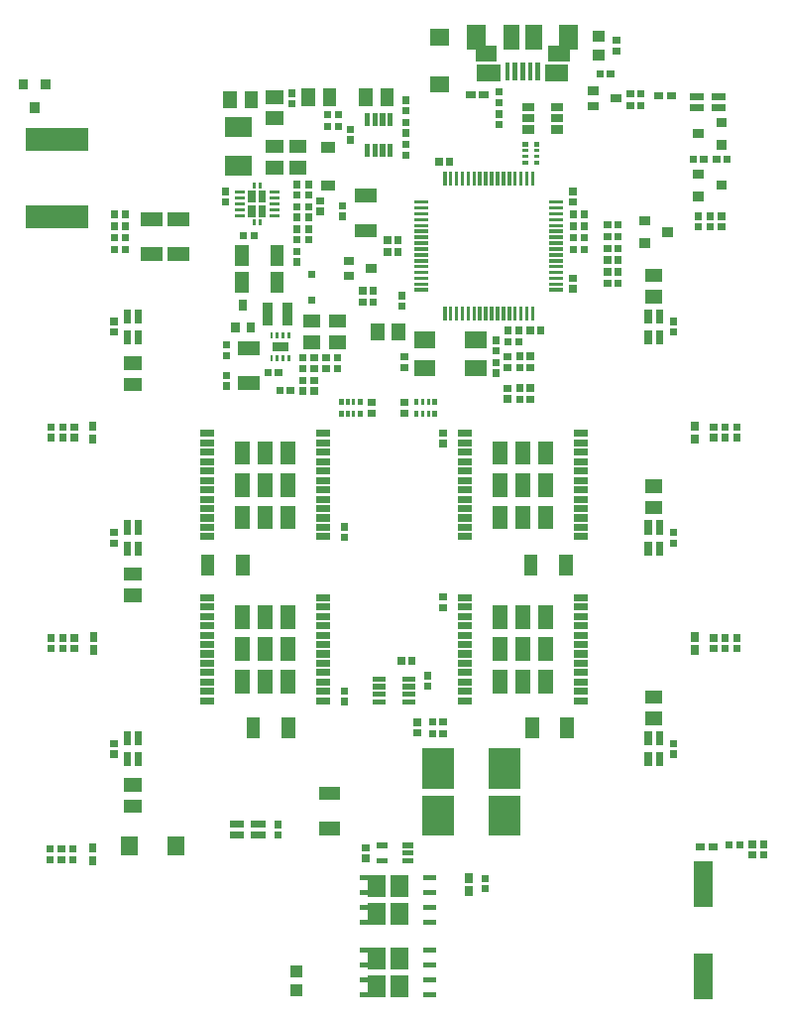
<source format=gbr>
G04 start of page 14 for group -4015 idx -4015 *
G04 Title: (unknown), toppaste *
G04 Creator: pcb 20140316 *
G04 CreationDate: Wed 10 Jul 2019 18:35:36 GMT UTC *
G04 For: kier *
G04 Format: Gerber/RS-274X *
G04 PCB-Dimensions (mil): 3346.46 4133.86 *
G04 PCB-Coordinate-Origin: lower left *
%MOIN*%
%FSLAX25Y25*%
%LNTOPPASTE*%
%ADD229R,0.0335X0.0335*%
%ADD228R,0.0256X0.0256*%
%ADD227R,0.0098X0.0098*%
%ADD226R,0.0650X0.0650*%
%ADD225R,0.0358X0.0358*%
%ADD224R,0.0591X0.0591*%
%ADD223R,0.0177X0.0177*%
%ADD222R,0.0575X0.0575*%
%ADD221R,0.0531X0.0531*%
%ADD220R,0.0640X0.0640*%
%ADD219R,0.0541X0.0541*%
%ADD218R,0.0512X0.0512*%
%ADD217R,0.0118X0.0118*%
%ADD216R,0.0157X0.0157*%
%ADD215R,0.0276X0.0276*%
%ADD214R,0.0787X0.0787*%
%ADD213R,0.0551X0.0551*%
%ADD212R,0.0374X0.0374*%
%ADD211R,0.0630X0.0630*%
%ADD210R,0.1063X0.1063*%
%ADD209R,0.0315X0.0315*%
%ADD208R,0.0453X0.0453*%
%ADD207R,0.0236X0.0236*%
%ADD206R,0.0244X0.0244*%
G54D206*X231295Y297638D02*X231303D01*
X227752D02*X227760D01*
G54D207*X197047Y349606D02*X197835D01*
X192717D02*X193504D01*
G54D206*X171260Y347839D02*Y347831D01*
Y344295D02*Y344287D01*
X261417Y131697D02*Y131689D01*
Y128154D02*Y128146D01*
G54D208*X104724Y193012D02*Y190453D01*
X116535Y193012D02*Y190453D01*
G54D206*X150787Y204531D02*Y204524D01*
Y200988D02*Y200980D01*
G54D208*X225197Y193012D02*Y190453D01*
X213386Y193012D02*Y190453D01*
G54D206*X128346Y100988D02*Y100980D01*
Y104531D02*Y104524D01*
G54D208*X144390Y103150D02*X146949D01*
X144390Y114961D02*X146949D01*
G54D207*X192520Y86811D02*Y86024D01*
Y82480D02*Y81693D01*
G54D206*X169878Y159449D02*X169886D01*
X173421D02*X173429D01*
X198031Y82878D02*Y82870D01*
Y86421D02*Y86413D01*
G54D209*X50197Y353346D02*Y352953D01*
X42717Y353346D02*Y352953D01*
X46457Y345472D02*Y345079D01*
G54D210*X182185Y108957D02*Y106004D01*
X204429Y108957D02*Y106004D01*
X182185Y124705D02*Y121752D01*
X204429Y124705D02*Y121752D01*
G54D211*X271260Y88976D02*Y79921D01*
Y57874D02*Y48819D01*
G54D212*X134547Y55118D02*X134744D01*
X134547Y48819D02*X134744D01*
G54D213*X94094Y97717D02*Y96772D01*
X78346Y97717D02*Y96772D01*
G54D206*X261417Y273429D02*Y273421D01*
Y269886D02*Y269878D01*
G54D208*X254134Y281890D02*X255315D01*
X254134Y288976D02*X255315D01*
G54D206*X261417Y202563D02*Y202555D01*
Y199020D02*Y199012D01*
X73228Y128154D02*Y128146D01*
Y131697D02*Y131689D01*
G54D214*X47441Y334646D02*X60433D01*
X47441Y308661D02*X60433D01*
G54D208*X84547Y307874D02*X87106D01*
X84547Y296063D02*X87106D01*
G54D206*X150000Y308862D02*Y308854D01*
Y312406D02*Y312398D01*
G54D213*X182205Y353150D02*X183150D01*
X182205Y368898D02*X183150D01*
G54D206*X202756Y347051D02*Y347043D01*
Y350594D02*Y350587D01*
G54D215*X221457Y337992D02*X222638D01*
X221457Y341732D02*X222638D01*
X221457Y345472D02*X222638D01*
X212008D02*X213189D01*
X212008Y341732D02*X213189D01*
X212008Y337992D02*X213189D01*
G54D216*X211220Y333071D02*X211614D01*
G54D217*X211024Y330906D02*X211811D01*
X211024Y328937D02*X211811D01*
G54D216*X211220Y326772D02*X211614D01*
X215157Y333071D02*X215551D01*
G54D217*X214961Y330906D02*X215748D01*
X214961Y328937D02*X215748D01*
G54D216*X215157Y326772D02*X215551D01*
X181102Y246654D02*Y246260D01*
G54D217*X178937Y246850D02*Y246063D01*
X176969Y246850D02*Y246063D01*
G54D216*X174803Y246654D02*Y246260D01*
X181102Y242717D02*Y242323D01*
G54D217*X178937Y242913D02*Y242126D01*
X176969Y242913D02*Y242126D01*
G54D216*X174803Y242717D02*Y242323D01*
X155906Y246654D02*Y246260D01*
G54D217*X153740Y246850D02*Y246063D01*
X151772Y246850D02*Y246063D01*
G54D216*X149606Y246654D02*Y246260D01*
X155906Y242717D02*Y242323D01*
G54D217*X153740Y242913D02*Y242126D01*
X151772Y242913D02*Y242126D01*
G54D216*X149606Y242717D02*Y242323D01*
G54D207*X66339Y167913D02*Y167126D01*
Y163583D02*Y162795D01*
X66142Y238780D02*Y237992D01*
Y234449D02*Y233661D01*
X268504Y238780D02*Y237992D01*
Y234449D02*Y233661D01*
Y167913D02*Y167126D01*
Y163583D02*Y162795D01*
X66142Y97047D02*Y96260D01*
Y92717D02*Y91929D01*
X274213Y96850D02*X275000D01*
X269882D02*X270669D01*
G54D206*X159843Y242720D02*Y242713D01*
Y246264D02*Y246256D01*
X170866Y242720D02*Y242713D01*
Y246264D02*Y246256D01*
X73228Y199020D02*Y199012D01*
Y202563D02*Y202555D01*
Y269886D02*Y269878D01*
Y273429D02*Y273421D01*
G54D208*X78937Y259449D02*X80118D01*
X78937Y252362D02*X80118D01*
G54D207*X120472Y104626D02*X122835D01*
X113386D02*X115748D01*
X113386Y100886D02*X115748D01*
X120472D02*X122835D01*
G54D206*X171260Y340358D02*Y340350D01*
Y336815D02*Y336807D01*
G54D215*X234055Y350984D02*X234843D01*
X234055Y345866D02*X234843D01*
X241535Y348425D02*X242323D01*
G54D206*X202756Y339571D02*Y339563D01*
Y343114D02*Y343106D01*
G54D207*X77657Y205512D02*Y203150D01*
Y198425D02*Y196063D01*
X81398Y198425D02*Y196063D01*
Y205512D02*Y203150D01*
X77657Y276378D02*Y274016D01*
Y269291D02*Y266929D01*
X81398Y269291D02*Y266929D01*
Y276378D02*Y274016D01*
X252854Y276378D02*Y274016D01*
Y269291D02*Y266929D01*
X256594Y269291D02*Y266929D01*
Y276378D02*Y274016D01*
G54D206*X183858Y232484D02*Y232476D01*
Y236028D02*Y236020D01*
G54D208*X120079Y138287D02*Y135728D01*
X131890Y138287D02*Y135728D01*
G54D206*X150787Y149413D02*Y149406D01*
Y145870D02*Y145862D01*
G54D208*X225591Y138287D02*Y135728D01*
X213780Y138287D02*Y135728D01*
G54D206*X183858Y177366D02*Y177358D01*
Y180909D02*Y180902D01*
G54D207*X190028Y180709D02*X192390D01*
X190028Y177559D02*X192390D01*
X190028Y174409D02*X192390D01*
X190028Y171260D02*X192390D01*
X190028Y168110D02*X192390D01*
X190028Y164961D02*X192390D01*
X190028Y161811D02*X192390D01*
X190028Y158661D02*X192390D01*
X190028Y155512D02*X192390D01*
X190028Y152362D02*X192390D01*
X190028Y149213D02*X192390D01*
X190028Y146063D02*X192390D01*
X228870D02*X231232D01*
X228870Y149213D02*X231232D01*
X228870Y152362D02*X231232D01*
X228870Y155512D02*X231232D01*
X228870Y158661D02*X231232D01*
X228870Y161811D02*X231232D01*
X228870Y164961D02*X231232D01*
X228870Y168110D02*X231232D01*
X228870Y171260D02*X231232D01*
X228870Y174409D02*X231232D01*
X228870Y177559D02*X231232D01*
X228870Y180709D02*X231232D01*
G54D218*X202953Y175591D02*Y172835D01*
Y164764D02*Y162008D01*
Y153937D02*Y151181D01*
X210630Y175591D02*Y172835D01*
Y164764D02*Y162008D01*
Y153937D02*Y151181D01*
X218307Y175591D02*Y172835D01*
Y164764D02*Y162008D01*
Y153937D02*Y151181D01*
G54D207*X142256Y201181D02*X144618D01*
X142256Y204331D02*X144618D01*
X142256Y207480D02*X144618D01*
X142256Y210630D02*X144618D01*
X142256Y213780D02*X144618D01*
X142256Y216929D02*X144618D01*
X142256Y220079D02*X144618D01*
X142256Y223228D02*X144618D01*
X142256Y226378D02*X144618D01*
X142256Y229528D02*X144618D01*
X142256Y232677D02*X144618D01*
X142256Y235827D02*X144618D01*
X103413D02*X105776D01*
X103413Y232677D02*X105776D01*
X103413Y229528D02*X105776D01*
X103413Y226378D02*X105776D01*
X103413Y223228D02*X105776D01*
X103413Y220079D02*X105776D01*
X103413Y216929D02*X105776D01*
X103413Y213780D02*X105776D01*
X103413Y210630D02*X105776D01*
X103413Y207480D02*X105776D01*
X103413Y204331D02*X105776D01*
X103413Y201181D02*X105776D01*
G54D218*X131693Y209055D02*Y206299D01*
Y219882D02*Y217126D01*
Y230709D02*Y227953D01*
X124016Y209055D02*Y206299D01*
Y219882D02*Y217126D01*
Y230709D02*Y227953D01*
X116339Y209055D02*Y206299D01*
Y219882D02*Y217126D01*
Y230709D02*Y227953D01*
G54D207*X190028Y235827D02*X192390D01*
X190028Y232677D02*X192390D01*
X190028Y229528D02*X192390D01*
X190028Y226378D02*X192390D01*
X190028Y223228D02*X192390D01*
X190028Y220079D02*X192390D01*
X190028Y216929D02*X192390D01*
X190028Y213780D02*X192390D01*
X190028Y210630D02*X192390D01*
X190028Y207480D02*X192390D01*
X190028Y204331D02*X192390D01*
X190028Y201181D02*X192390D01*
X228870D02*X231232D01*
X228870Y204331D02*X231232D01*
X228870Y207480D02*X231232D01*
X228870Y210630D02*X231232D01*
X228870Y213780D02*X231232D01*
X228870Y216929D02*X231232D01*
X228870Y220079D02*X231232D01*
X228870Y223228D02*X231232D01*
X228870Y226378D02*X231232D01*
X228870Y229528D02*X231232D01*
X228870Y232677D02*X231232D01*
X228870Y235827D02*X231232D01*
G54D218*X202953Y230709D02*Y227953D01*
Y219882D02*Y217126D01*
Y209055D02*Y206299D01*
X210630Y230709D02*Y227953D01*
Y219882D02*Y217126D01*
Y209055D02*Y206299D01*
X218307Y230709D02*Y227953D01*
Y219882D02*Y217126D01*
Y209055D02*Y206299D01*
G54D207*X142256Y146063D02*X144618D01*
X142256Y149213D02*X144618D01*
X142256Y152362D02*X144618D01*
X142256Y155512D02*X144618D01*
X142256Y158661D02*X144618D01*
X142256Y161811D02*X144618D01*
X142256Y164961D02*X144618D01*
X142256Y168110D02*X144618D01*
X142256Y171260D02*X144618D01*
X142256Y174409D02*X144618D01*
X142256Y177559D02*X144618D01*
X142256Y180709D02*X144618D01*
X103413D02*X105776D01*
X103413Y177559D02*X105776D01*
X103413Y174409D02*X105776D01*
X103413Y171260D02*X105776D01*
X103413Y168110D02*X105776D01*
X103413Y164961D02*X105776D01*
X103413Y161811D02*X105776D01*
X103413Y158661D02*X105776D01*
X103413Y155512D02*X105776D01*
X103413Y152362D02*X105776D01*
X103413Y149213D02*X105776D01*
X103413Y146063D02*X105776D01*
G54D218*X131693Y153937D02*Y151181D01*
Y164764D02*Y162008D01*
Y175591D02*Y172835D01*
X124016Y153937D02*Y151181D01*
Y164764D02*Y162008D01*
Y175591D02*Y172835D01*
X116339Y153937D02*Y151181D01*
Y164764D02*Y162008D01*
Y175591D02*Y172835D01*
G54D219*X214319Y370524D02*Y367665D01*
X206941Y370524D02*Y367665D01*
G54D220*X226130Y370031D02*Y368161D01*
X195130Y370031D02*Y368161D01*
G54D221*X221996Y363484D02*X223866D01*
X197394D02*X199264D01*
G54D222*X220984Y356969D02*X223110D01*
X198150D02*X200276D01*
G54D216*X205512Y359843D02*Y355118D01*
X208071Y359843D02*Y355118D01*
X210630Y359843D02*Y355118D01*
X213189Y359843D02*Y355118D01*
X215748Y359843D02*Y355118D01*
G54D208*X254134Y140157D02*X255315D01*
X254134Y147244D02*X255315D01*
X254134Y211024D02*X255315D01*
X254134Y218110D02*X255315D01*
G54D207*X252854Y205512D02*Y203150D01*
Y198425D02*Y196063D01*
X256594Y198425D02*Y196063D01*
Y205512D02*Y203150D01*
X252854Y134646D02*Y132283D01*
Y127559D02*Y125197D01*
X256594Y127559D02*Y125197D01*
Y134646D02*Y132283D01*
G54D208*X78937Y117717D02*X80118D01*
X78937Y110630D02*X80118D01*
G54D207*X77657Y134646D02*Y132283D01*
Y127559D02*Y125197D01*
X81398Y127559D02*Y125197D01*
Y134646D02*Y132283D01*
G54D208*X78937Y188583D02*X80118D01*
X78937Y181496D02*X80118D01*
G54D223*X178071Y47224D02*X180551D01*
X178071Y52224D02*X180551D01*
X178071Y57224D02*X180551D01*
X178071Y62224D02*X180551D01*
X156713D02*X158878D01*
X156713Y57224D02*X158878D01*
X156713Y52224D02*X158878D01*
X156713Y47224D02*X158878D01*
G54D224*X169272Y50787D02*Y49331D01*
Y60118D02*Y58661D01*
X161398Y50787D02*Y49331D01*
Y60118D02*Y58661D01*
G54D223*X178071Y71634D02*X180551D01*
X178071Y76634D02*X180551D01*
X178071Y81634D02*X180551D01*
X178071Y86634D02*X180551D01*
X156713D02*X158878D01*
X156713Y81634D02*X158878D01*
X156713Y76634D02*X158878D01*
X156713Y71634D02*X158878D01*
G54D224*X169272Y75197D02*Y73740D01*
Y84528D02*Y83071D01*
X161398Y75197D02*Y73740D01*
Y84528D02*Y83071D01*
G54D208*X126575Y341732D02*X127756D01*
X126575Y348819D02*X127756D01*
G54D206*X133071Y350201D02*Y350193D01*
Y346657D02*Y346650D01*
G54D208*X164961Y349409D02*Y348228D01*
X157874Y349409D02*Y348228D01*
X112205Y348622D02*Y347441D01*
X119291Y348622D02*Y347441D01*
G54D206*X171260Y329335D02*Y329327D01*
Y332878D02*Y332870D01*
X152756Y337996D02*Y337988D01*
Y334453D02*Y334445D01*
X148618Y342913D02*X148626D01*
X145075D02*X145083D01*
X148618Y338976D02*X148626D01*
X145075D02*X145083D01*
G54D223*X158366Y332382D02*Y329823D01*
X160925Y332382D02*Y329823D01*
X163484Y332382D02*Y329823D01*
X166043Y332382D02*Y329823D01*
X158366Y342618D02*Y340059D01*
X160925Y342618D02*Y340059D01*
X163484Y342618D02*Y340059D01*
X166043Y342618D02*Y340059D01*
G54D208*X145669Y349409D02*Y348228D01*
X138583Y349409D02*Y348228D01*
G54D225*X144665Y332028D02*X145886D01*
X144665Y319154D02*X145886D01*
G54D226*X113681Y325787D02*X116240D01*
X113681Y338780D02*X116240D01*
G54D206*X142520Y313980D02*Y313972D01*
Y310437D02*Y310429D01*
X138583Y319492D02*Y319484D01*
Y315949D02*Y315941D01*
Y312012D02*Y312004D01*
Y308469D02*Y308461D01*
G54D208*X126575Y325197D02*X127756D01*
X126575Y332283D02*X127756D01*
X127953Y296949D02*Y294390D01*
X116142Y296949D02*Y294390D01*
G54D206*X134646Y308469D02*Y308461D01*
Y312012D02*Y312004D01*
X110630Y313587D02*Y313579D01*
Y317130D02*Y317122D01*
X134646Y319492D02*Y319484D01*
Y315949D02*Y315941D01*
G54D208*X134449Y325197D02*X135630D01*
X134449Y332283D02*X135630D01*
G54D206*X120272Y302362D02*X120280D01*
X116728D02*X116736D01*
G54D227*X125886Y309055D02*X128248D01*
X125886Y311024D02*X128248D01*
X125886Y312992D02*X128248D01*
X125886Y314961D02*X128248D01*
X125886Y316929D02*X128248D01*
X114272Y309055D02*X116634D01*
X114272Y311024D02*X116634D01*
X114272Y312992D02*X116634D01*
X114272Y314961D02*X116634D01*
X114272Y316929D02*X116634D01*
G54D228*X123031Y311220D02*Y309843D01*
X119488Y311220D02*Y309843D01*
X123031Y316142D02*Y314764D01*
X119488Y316142D02*Y314764D01*
G54D227*X122244Y307185D02*Y306201D01*
X120276Y307185D02*Y306201D01*
X122244Y319783D02*Y318799D01*
X120276Y319783D02*Y318799D01*
G54D206*X134646Y300988D02*Y300980D01*
Y304531D02*Y304524D01*
G54D208*X127953Y287894D02*Y285335D01*
X116142Y287894D02*Y285335D01*
G54D223*X171161Y145669D02*X173720D01*
X171161Y148228D02*X173720D01*
X171161Y150787D02*X173720D01*
X171161Y153346D02*X173720D01*
X160925Y145669D02*X163484D01*
X160925Y148228D02*X163484D01*
X160925Y150787D02*X163484D01*
X160925Y153346D02*X163484D01*
G54D206*X178740Y150988D02*Y150980D01*
Y154531D02*Y154524D01*
X175197Y135240D02*Y135232D01*
Y138783D02*Y138776D01*
X180311Y135039D02*X180319D01*
X183854D02*X183862D01*
X180311Y138976D02*X180319D01*
X183854D02*X183862D01*
G54D229*X124902Y278248D02*Y273720D01*
X131398Y278248D02*Y273720D01*
G54D206*X148425Y257681D02*Y257673D01*
Y261224D02*Y261217D01*
X140551Y261224D02*Y261217D01*
Y257681D02*Y257673D01*
X144488Y257681D02*Y257673D01*
Y261224D02*Y261217D01*
G54D208*X139173Y266535D02*X140354D01*
X139173Y273622D02*X140354D01*
X117224Y264567D02*X119783D01*
X117224Y252756D02*X119783D01*
X147835Y266535D02*X149016D01*
X147835Y273622D02*X149016D01*
G54D206*X124996Y256299D02*X125004D01*
X128539D02*X128547D01*
G54D207*X139764Y280713D02*Y280705D01*
Y289374D02*Y289366D01*
G54D227*X126181Y261713D02*Y260728D01*
X128150Y261713D02*Y260728D01*
X130118Y261713D02*Y260728D01*
X132087Y261713D02*Y260728D01*
X126181Y269193D02*Y268209D01*
X128150Y269193D02*Y268209D01*
X130118Y269193D02*Y268209D01*
X132087Y269193D02*Y268209D01*
G54D215*X127953Y264961D02*X130315D01*
G54D206*X242126Y364374D02*Y364366D01*
Y367917D02*Y367909D01*
G54D212*X236122Y362992D02*X236319D01*
X236122Y369291D02*X236319D01*
G54D206*X157874Y93114D02*Y93106D01*
Y96657D02*Y96650D01*
G54D223*X171063Y92323D02*X173031D01*
X171063Y94882D02*X173031D01*
X171063Y97441D02*X173031D01*
X162402Y92323D02*X164370D01*
X162402Y97441D02*X164370D01*
G54D206*X186020Y327165D02*X186028D01*
X182476D02*X182484D01*
X283657Y97638D02*X283665D01*
X280114D02*X280122D01*
X291732Y94295D02*Y94287D01*
Y97839D02*Y97831D01*
X287795Y94295D02*Y94287D01*
Y97839D02*Y97831D01*
X51575Y96264D02*Y96256D01*
Y92720D02*Y92713D01*
X55512Y96264D02*Y96256D01*
Y92720D02*Y92713D01*
X59449Y92720D02*Y92713D01*
Y96264D02*Y96256D01*
X282677Y237996D02*Y237988D01*
Y234453D02*Y234445D01*
X278740Y237996D02*Y237988D01*
Y234453D02*Y234445D01*
X274803Y234453D02*Y234445D01*
Y237996D02*Y237988D01*
X51969Y167130D02*Y167122D01*
Y163587D02*Y163579D01*
X55906Y167130D02*Y167122D01*
Y163587D02*Y163579D01*
X59843Y163587D02*Y163579D01*
Y167130D02*Y167122D01*
X51969Y237996D02*Y237988D01*
Y234453D02*Y234445D01*
X55906Y237996D02*Y237988D01*
Y234453D02*Y234445D01*
X59843Y234453D02*Y234445D01*
Y237996D02*Y237988D01*
G54D208*X93602Y307874D02*X96161D01*
X93602Y296063D02*X96161D01*
G54D206*X282677Y167130D02*Y167122D01*
Y163587D02*Y163579D01*
X278740Y167130D02*Y167122D01*
Y163587D02*Y163579D01*
X274803Y163587D02*Y163579D01*
Y167130D02*Y167122D01*
X231295Y309449D02*X231303D01*
X227752D02*X227760D01*
X231295Y305512D02*X231303D01*
X227752D02*X227760D01*
X231295Y301575D02*X231303D01*
X227752D02*X227760D01*
X239169Y290157D02*X239177D01*
X242713D02*X242720D01*
X275783Y327953D02*X275791D01*
X279327D02*X279335D01*
X267909D02*X267917D01*
X271453D02*X271461D01*
X170866Y261618D02*Y261610D01*
Y258075D02*Y258067D01*
X201575Y256106D02*Y256098D01*
Y259650D02*Y259642D01*
G54D213*X194094Y267323D02*X195669D01*
X176772D02*X178346D01*
X176772Y257874D02*X178346D01*
X194094D02*X195669D01*
G54D208*X161811Y270669D02*Y269488D01*
X168898Y270669D02*Y269488D01*
G54D217*X184449Y277953D02*Y274409D01*
X186417Y277953D02*Y274409D01*
X188386Y277953D02*Y274409D01*
X190354Y277953D02*Y274409D01*
X192323Y277953D02*Y274409D01*
X194291Y277953D02*Y274409D01*
X196260Y277953D02*Y274409D01*
X198228Y277953D02*Y274409D01*
X200197Y277953D02*Y274409D01*
X202165Y277953D02*Y274409D01*
X204134Y277953D02*Y274409D01*
X206102Y277953D02*Y274409D01*
X208071Y277953D02*Y274409D01*
X210039Y277953D02*Y274409D01*
X212008Y277953D02*Y274409D01*
X213976Y277953D02*Y274409D01*
X220079Y284055D02*X223622D01*
X220079Y286024D02*X223622D01*
X220079Y287992D02*X223622D01*
X220079Y289961D02*X223622D01*
X220079Y291929D02*X223622D01*
X220079Y293898D02*X223622D01*
X220079Y295866D02*X223622D01*
X220079Y297835D02*X223622D01*
X220079Y299803D02*X223622D01*
X220079Y301772D02*X223622D01*
X220079Y303740D02*X223622D01*
X220079Y305709D02*X223622D01*
X220079Y307677D02*X223622D01*
X220079Y309646D02*X223622D01*
X220079Y311614D02*X223622D01*
X220079Y313583D02*X223622D01*
X213976Y323228D02*Y319685D01*
X212008Y323228D02*Y319685D01*
X210039Y323228D02*Y319685D01*
X208071Y323228D02*Y319685D01*
X206102Y323228D02*Y319685D01*
X204134Y323228D02*Y319685D01*
X202165Y323228D02*Y319685D01*
X200197Y323228D02*Y319685D01*
X198228Y323228D02*Y319685D01*
X196260Y323228D02*Y319685D01*
X194291Y323228D02*Y319685D01*
X192323Y323228D02*Y319685D01*
X190354Y323228D02*Y319685D01*
X188386Y323228D02*Y319685D01*
X186417Y323228D02*Y319685D01*
X184449Y323228D02*Y319685D01*
X174803Y313583D02*X178346D01*
X174803Y311614D02*X178346D01*
X174803Y309646D02*X178346D01*
X174803Y307677D02*X178346D01*
X174803Y305709D02*X178346D01*
X174803Y303740D02*X178346D01*
X174803Y301772D02*X178346D01*
X174803Y299803D02*X178346D01*
X174803Y297835D02*X178346D01*
X174803Y295866D02*X178346D01*
X174803Y293898D02*X178346D01*
X174803Y291929D02*X178346D01*
X174803Y289961D02*X178346D01*
X174803Y287992D02*X178346D01*
X174803Y286024D02*X178346D01*
X174803Y284055D02*X178346D01*
G54D206*X216728Y270472D02*X216736D01*
X213185D02*X213193D01*
X205705Y266535D02*X205713D01*
X209248D02*X209256D01*
X205705Y270472D02*X205713D01*
X209248D02*X209256D01*
X170079Y282091D02*Y282083D01*
Y278547D02*Y278539D01*
X227559Y284453D02*Y284445D01*
Y287996D02*Y287988D01*
Y313587D02*Y313579D01*
Y317130D02*Y317122D01*
X168697Y296850D02*X168705D01*
X165154D02*X165161D01*
X168697Y300787D02*X168705D01*
X165154D02*X165161D01*
X209642Y247244D02*X209650D01*
X213185D02*X213193D01*
X213185Y251181D02*X213193D01*
X209642D02*X209650D01*
X205512Y247445D02*Y247437D01*
Y250988D02*Y250980D01*
X209642Y261811D02*X209650D01*
X213185D02*X213193D01*
X213185Y257874D02*X213193D01*
X209642D02*X209650D01*
X205512Y261618D02*Y261610D01*
Y258075D02*Y258067D01*
X156886Y279921D02*X156894D01*
X160429D02*X160437D01*
G54D208*X156594Y303937D02*X159154D01*
X156594Y315748D02*X159154D01*
G54D206*X156886Y283858D02*X156894D01*
X160429D02*X160437D01*
G54D215*X151772Y293898D02*X152559D01*
X151772Y288780D02*X152559D01*
X159252Y291339D02*X160039D01*
G54D206*X242713Y286220D02*X242720D01*
X239169D02*X239177D01*
X140551Y253744D02*Y253736D01*
Y250201D02*Y250193D01*
X136614Y261224D02*Y261217D01*
Y257681D02*Y257673D01*
Y253744D02*Y253736D01*
Y250201D02*Y250193D01*
X132476Y250394D02*X132484D01*
X128933D02*X128941D01*
X76965Y309449D02*X76972D01*
X73421D02*X73429D01*
X73421Y301575D02*X73429D01*
X76965D02*X76972D01*
X73421Y297638D02*X73429D01*
X76965D02*X76972D01*
X73421Y305512D02*X73429D01*
X76965D02*X76972D01*
X111024Y265555D02*Y265547D01*
Y262012D02*Y262004D01*
G54D215*X113976Y271850D02*Y271063D01*
X119094Y271850D02*Y271063D01*
X116535Y279331D02*Y278543D01*
G54D207*X275197Y349114D02*X277559D01*
X268110D02*X270472D01*
X268110Y345374D02*X270472D01*
X275197D02*X277559D01*
X260236Y349409D02*X261024D01*
X255906D02*X256693D01*
G54D209*X251378Y307283D02*X251772D01*
X251378Y299803D02*X251772D01*
X259252Y303543D02*X259646D01*
X277362Y332874D02*X277756D01*
X277362Y340354D02*X277756D01*
X269488Y336614D02*X269882D01*
X269488Y323031D02*X269882D01*
X269488Y315551D02*X269882D01*
X277362Y319291D02*X277756D01*
G54D206*X236610Y356693D02*X236618D01*
X240154D02*X240161D01*
X269685Y305319D02*Y305311D01*
Y308862D02*Y308854D01*
X273622Y305319D02*Y305311D01*
Y308862D02*Y308854D01*
X277559Y305319D02*Y305311D01*
Y308862D02*Y308854D01*
X246846Y350000D02*X246854D01*
X250390D02*X250398D01*
X246846Y346063D02*X246854D01*
X250390D02*X250398D01*
X242713Y298031D02*X242720D01*
X239169D02*X239177D01*
X242713Y301969D02*X242720D01*
X239169D02*X239177D01*
X242713Y305906D02*X242720D01*
X239169D02*X239177D01*
X242713Y294094D02*X242720D01*
X239169D02*X239177D01*
X201575Y263587D02*Y263579D01*
Y267130D02*Y267122D01*
X111024Y255319D02*Y255311D01*
Y251776D02*Y251768D01*
X134646Y297051D02*Y297043D01*
Y293508D02*Y293500D01*
X138583Y300988D02*Y300980D01*
Y304531D02*Y304524D01*
M02*

</source>
